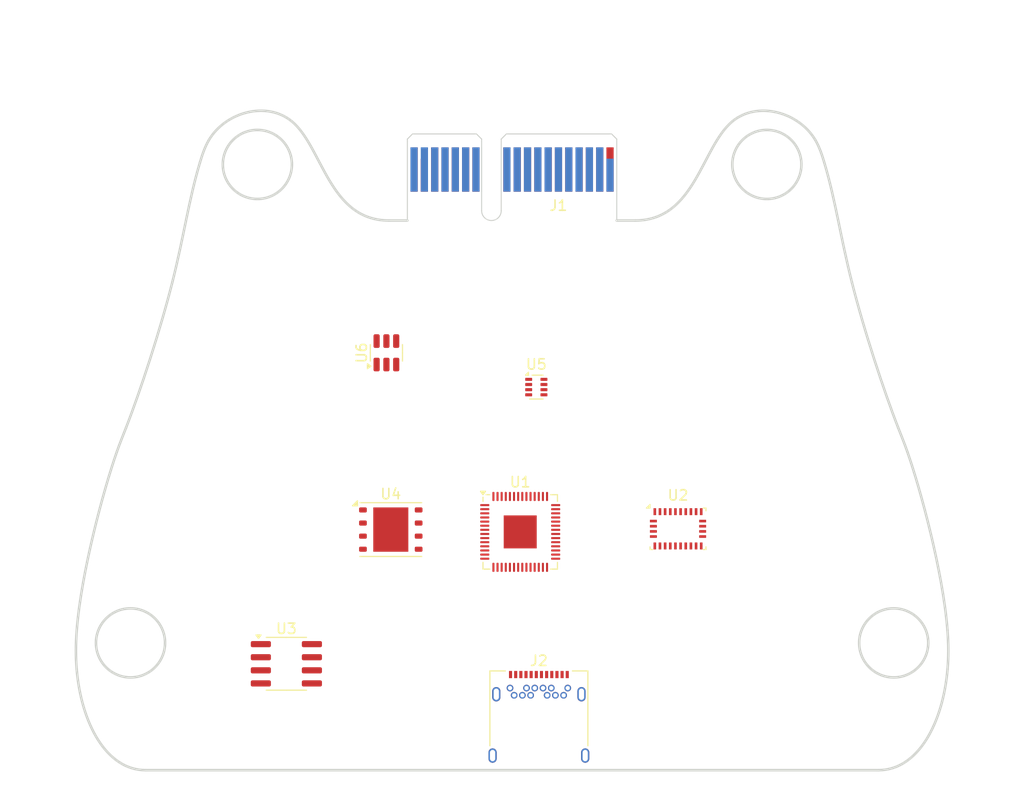
<source format=kicad_pcb>
(kicad_pcb (version 20240108) (generator "pcbnew") (generator_version "8.0")
  (layers (0 "F.Cu" signal) (31 "B.Cu" signal) (34 "B.Paste" user) (35 "F.Paste" user) (36 "B.SilkS" user "B.Silkscreen") (37 "F.SilkS" user "F.Silkscreen") (38 "B.Mask" user) (39 "F.Mask" user) (44 "Edge.Cuts" user))
  (net 0 "")
  (net 1 "Net-(J1-+3.3V-PadA10)")
  (net 2 "Net-(J1-GND-PadA12)")
  (net 5 "Net-(J1-+12V-PadA2)")
  (net 26 "Net-(U1-IOVDD-Pad1)")
  (net 30 "Net-(U1-DVDD-Pad23)")
  (net 82 "Net-(U2-GNDIO-Pad15)")
  (net 110 "Net-(J2-GND-PadA1)")
  (net 123 "Net-(J2-VBUS-PadA4)")
  (net 141 "Net-(U5-VOUT-Pad2)")
  (footprint "Package_DFN_QFN:QFN-56-1EP_7x7mm_P0.4mm_EP3.2x3.2mm" (layer "F.Cu") (at 147.2 99.3)
    (property "Reference" "U1" (at 0 -4.83 0) (layer "F.SilkS"))
    (property "Value" "RP2040")
    (fp_line (start -3.61 -2.96) (end -3.61 -3.37) (stroke (width 0.12)) (layer "F.SilkS"))
    (fp_line (start -3.61 3.61) (end -3.61 2.96) (stroke (width 0.12)) (layer "F.SilkS"))
    (fp_line (start -2.96 -3.61) (end -3.31 -3.61) (stroke (width 0.12)) (layer "F.SilkS"))
    (fp_line (start -2.96 3.61) (end -3.61 3.61) (stroke (width 0.12)) (layer "F.SilkS"))
    (fp_line (start 2.96 -3.61) (end 3.61 -3.61) (stroke (width 0.12)) (layer "F.SilkS"))
    (fp_line (start 2.96 3.61) (end 3.61 3.61) (stroke (width 0.12)) (layer "F.SilkS"))
    (fp_line (start 3.61 -3.61) (end 3.61 -2.96) (stroke (width 0.12)) (layer "F.SilkS"))
    (fp_line (start 3.61 3.61) (end 3.61 2.96) (stroke (width 0.12)) (layer "F.SilkS"))
    (fp_poly (pts (xy -3.61 -3.61) (xy -3.85 -3.94) (xy -3.37 -3.94) (xy -3.61 -3.61)) (stroke (width 0.12)) (fill solid) (layer "F.SilkS"))
    (pad "1" smd roundrect (at -3.4375 -2.6) (size 0.875 0.2) (layers "F.Cu" "F.Paste" "F.Mask") (net 26 "Net-(U1-IOVDD-Pad1)"))
    (pad "2" smd roundrect (at -3.4375 -2.2) (size 0.875 0.2) (layers "F.Cu" "F.Paste" "F.Mask"))
    (pad "3" smd roundrect (at -3.4375 -1.8) (size 0.875 0.2) (layers "F.Cu" "F.Paste" "F.Mask"))
    (pad "4" smd roundrect (at -3.4375 -1.4) (size 0.875 0.2) (layers "F.Cu" "F.Paste" "F.Mask"))
    (pad "5" smd roundrect (at -3.4375 -1) (size 0.875 0.2) (layers "F.Cu" "F.Paste" "F.Mask"))
    (pad "6" smd roundrect (at -3.4375 -0.6) (size 0.875 0.2) (layers "F.Cu" "F.Paste" "F.Mask"))
    (pad "7" smd roundrect (at -3.4375 -0.2) (size 0.875 0.2) (layers "F.Cu" "F.Paste" "F.Mask"))
    (pad "8" smd roundrect (at -3.4375 0.2) (size 0.875 0.2) (layers "F.Cu" "F.Paste" "F.Mask"))
    (pad "9" smd roundrect (at -3.4375 0.6) (size 0.875 0.2) (layers "F.Cu" "F.Paste" "F.Mask"))
    (pad "10" smd roundrect (at -3.4375 1) (size 0.875 0.2) (layers "F.Cu" "F.Paste" "F.Mask") (net 26 "Net-(U1-IOVDD-Pad1)"))
    (pad "11" smd roundrect (at -3.4375 1.4) (size 0.875 0.2) (layers "F.Cu" "F.Paste" "F.Mask"))
    (pad "12" smd roundrect (at -3.4375 1.8) (size 0.875 0.2) (layers "F.Cu" "F.Paste" "F.Mask"))
    (pad "13" smd roundrect (at -3.4375 2.2) (size 0.875 0.2) (layers "F.Cu" "F.Paste" "F.Mask"))
    (pad "14" smd roundrect (at -3.4375 2.6) (size 0.875 0.2) (layers "F.Cu" "F.Paste" "F.Mask"))
    (pad "15" smd roundrect (at -2.6 3.4375) (size 0.2 0.875) (layers "F.Cu" "F.Paste" "F.Mask"))
    (pad "16" smd roundrect (at -2.2 3.4375) (size 0.2 0.875) (layers "F.Cu" "F.Paste" "F.Mask"))
    (pad "17" smd roundrect (at -1.8 3.4375) (size 0.2 0.875) (layers "F.Cu" "F.Paste" "F.Mask"))
    (pad "18" smd roundrect (at -1.4 3.4375) (size 0.2 0.875) (layers "F.Cu" "F.Paste" "F.Mask"))
    (pad "19" smd roundrect (at -1 3.4375) (size 0.2 0.875) (layers "F.Cu" "F.Paste" "F.Mask"))
    (pad "20" smd roundrect (at -0.6 3.4375) (size 0.2 0.875) (layers "F.Cu" "F.Paste" "F.Mask"))
    (pad "21" smd roundrect (at -0.2 3.4375) (size 0.2 0.875) (layers "F.Cu" "F.Paste" "F.Mask"))
    (pad "22" smd roundrect (at 0.2 3.4375) (size 0.2 0.875) (layers "F.Cu" "F.Paste" "F.Mask") (net 26 "Net-(U1-IOVDD-Pad1)"))
    (pad "23" smd roundrect (at 0.6 3.4375) (size 0.2 0.875) (layers "F.Cu" "F.Paste" "F.Mask") (net 30 "Net-(U1-DVDD-Pad23)"))
    (pad "24" smd roundrect (at 1 3.4375) (size 0.2 0.875) (layers "F.Cu" "F.Paste" "F.Mask"))
    (pad "25" smd roundrect (at 1.4 3.4375) (size 0.2 0.875) (layers "F.Cu" "F.Paste" "F.Mask"))
    (pad "26" smd roundrect (at 1.8 3.4375) (size 0.2 0.875) (layers "F.Cu" "F.Paste" "F.Mask"))
    (pad "27" smd roundrect (at 2.2 3.4375) (size 0.2 0.875) (layers "F.Cu" "F.Paste" "F.Mask"))
    (pad "28" smd roundrect (at 2.6 3.4375) (size 0.2 0.875) (layers "F.Cu" "F.Paste" "F.Mask"))
    (pad "29" smd roundrect (at 3.4375 2.6) (size 0.875 0.2) (layers "F.Cu" "F.Paste" "F.Mask"))
    (pad "30" smd roundrect (at 3.4375 2.2) (size 0.875 0.2) (layers "F.Cu" "F.Paste" "F.Mask"))
    (pad "31" smd roundrect (at 3.4375 1.8) (size 0.875 0.2) (layers "F.Cu" "F.Paste" "F.Mask"))
    (pad "32" smd roundrect (at 3.4375 1.4) (size 0.875 0.2) (layers "F.Cu" "F.Paste" "F.Mask"))
    (pad "33" smd roundrect (at 3.4375 1) (size 0.875 0.2) (layers "F.Cu" "F.Paste" "F.Mask") (net 26 "Net-(U1-IOVDD-Pad1)"))
    (pad "34" smd roundrect (at 3.4375 0.6) (size 0.875 0.2) (layers "F.Cu" "F.Paste" "F.Mask"))
    (pad "35" smd roundrect (at 3.4375 0.2) (size 0.875 0.2) (layers "F.Cu" "F.Paste" "F.Mask"))
    (pad "36" smd roundrect (at 3.4375 -0.2) (size 0.875 0.2) (layers "F.Cu" "F.Paste" "F.Mask"))
    (pad "37" smd roundrect (at 3.4375 -0.6) (size 0.875 0.2) (layers "F.Cu" "F.Paste" "F.Mask"))
    (pad "38" smd roundrect (at 3.4375 -1) (size 0.875 0.2) (layers "F.Cu" "F.Paste" "F.Mask"))
    (pad "39" smd roundrect (at 3.4375 -1.4) (size 0.875 0.2) (layers "F.Cu" "F.Paste" "F.Mask"))
    (pad "40" smd roundrect (at 3.4375 -1.8) (size 0.875 0.2) (layers "F.Cu" "F.Paste" "F.Mask"))
    (pad "41" smd roundrect (at 3.4375 -2.2) (size 0.875 0.2) (layers "F.Cu" "F.Paste" "F.Mask"))
    (pad "42" smd roundrect (at 3.4375 -2.6) (size 0.875 0.2) (layers "F.Cu" "F.Paste" "F.Mask") (net 26 "Net-(U1-IOVDD-Pad1)"))
    (pad "43" smd roundrect (at 2.6 -3.4375) (size 0.2 0.875) (layers "F.Cu" "F.Paste" "F.Mask"))
    (pad "44" smd roundrect (at 2.2 -3.4375) (size 0.2 0.875) (layers "F.Cu" "F.Paste" "F.Mask"))
    (pad "45" smd roundrect (at 1.8 -3.4375) (size 0.2 0.875) (layers "F.Cu" "F.Paste" "F.Mask"))
    (pad "46" smd roundrect (at 1.4 -3.4375) (size 0.2 0.875) (layers "F.Cu" "F.Paste" "F.Mask"))
    (pad "47" smd roundrect (at 1 -3.4375) (size 0.2 0.875) (layers "F.Cu" "F.Paste" "F.Mask"))
    (pad "48" smd roundrect (at 0.6 -3.4375) (size 0.2 0.875) (layers "F.Cu" "F.Paste" "F.Mask"))
    (pad "49" smd roundrect (at 0.2 -3.4375) (size 0.2 0.875) (layers "F.Cu" "F.Paste" "F.Mask") (net 26 "Net-(U1-IOVDD-Pad1)"))
    (pad "50" smd roundrect (at -0.2 -3.4375) (size 0.2 0.875) (layers "F.Cu" "F.Paste" "F.Mask") (net 30 "Net-(U1-DVDD-Pad23)"))
    (pad "51" smd roundrect (at -0.6 -3.4375) (size 0.2 0.875) (layers "F.Cu" "F.Paste" "F.Mask"))
    (pad "52" smd roundrect (at -1 -3.4375) (size 0.2 0.875) (layers "F.Cu" "F.Paste" "F.Mask"))
    (pad "53" smd roundrect (at -1.4 -3.4375) (size 0.2 0.875) (layers "F.Cu" "F.Paste" "F.Mask"))
    (pad "54" smd roundrect (at -1.8 -3.4375) (size 0.2 0.875) (layers "F.Cu" "F.Paste" "F.Mask"))
    (pad "55" smd roundrect (at -2.2 -3.4375) (size 0.2 0.875) (layers "F.Cu" "F.Paste" "F.Mask"))
    (pad "56" smd roundrect (at -2.6 -3.4375) (size 0.2 0.875) (layers "F.Cu" "F.Paste" "F.Mask"))
    (pad "57" smd rect (at 0 0) (size 3.2 3.2) (property pad_prop_heatsink) (layers "F.Cu" "F.Mask"))
  )
  (footprint "Package_LGA:LGA-28_5.2x3.8mm_P0.5mm" (layer "F.Cu") (at 162.5 99)
    (property "Reference" "U2" (at 0 -3.25 0) (layer "F.SilkS"))
    (property "Value" "BNO055")
    (fp_line (start -2.71 2.01) (end -2.71 1.75) (stroke (width 0.12)) (layer "F.SilkS"))
    (fp_line (start -2.71 2.01) (end -2.45 2.01) (stroke (width 0.12)) (layer "F.SilkS"))
    (fp_line (start 2.71 -2.01) (end 2.45 -2.01) (stroke (width 0.12)) (layer "F.SilkS"))
    (fp_line (start 2.71 -2.01) (end 2.71 -1.75) (stroke (width 0.12)) (layer "F.SilkS"))
    (fp_line (start 2.71 2.01) (end 2.45 2.01) (stroke (width 0.12)) (layer "F.SilkS"))
    (fp_line (start 2.71 2.01) (end 2.71 1.75) (stroke (width 0.12)) (layer "F.SilkS"))
    (fp_poly (pts (xy -2.71 -2.01) (xy -3.07 -2.01) (xy -2.71 -2.37) (xy -2.71 -2.01)) (stroke (width 0.1)) (fill solid) (layer "F.SilkS"))
    (pad "1" smd rect (at -2.25 -1.6625) (size 0.254 0.675) (layers "F.Cu" "F.Paste" "F.Mask"))
    (pad "2" smd rect (at -2.3875 -0.75 90) (size 0.254 0.675) (layers "F.Cu" "F.Paste" "F.Mask"))
    (pad "3" smd rect (at -2.3875 -0.25 90) (size 0.254 0.675) (layers "F.Cu" "F.Paste" "F.Mask"))
    (pad "4" smd rect (at -2.3875 0.25 90) (size 0.254 0.675) (layers "F.Cu" "F.Paste" "F.Mask"))
    (pad "5" smd rect (at -2.3875 0.75 90) (size 0.254 0.675) (layers "F.Cu" "F.Paste" "F.Mask"))
    (pad "6" smd rect (at -2.25 1.6625) (size 0.254 0.675) (layers "F.Cu" "F.Paste" "F.Mask"))
    (pad "7" smd rect (at -1.75 1.6625) (size 0.254 0.675) (layers "F.Cu" "F.Paste" "F.Mask"))
    (pad "8" smd rect (at -1.25 1.6625) (size 0.254 0.675) (layers "F.Cu" "F.Paste" "F.Mask"))
    (pad "9" smd rect (at -0.75 1.6625) (size 0.254 0.675) (layers "F.Cu" "F.Paste" "F.Mask"))
    (pad "10" smd rect (at -0.25 1.6625) (size 0.254 0.675) (layers "F.Cu" "F.Paste" "F.Mask"))
    (pad "11" smd rect (at 0.25 1.6625) (size 0.254 0.675) (layers "F.Cu" "F.Paste" "F.Mask"))
    (pad "12" smd rect (at 0.75 1.6625) (size 0.254 0.675) (layers "F.Cu" "F.Paste" "F.Mask"))
    (pad "13" smd rect (at 1.25 1.6625) (size 0.254 0.675) (layers "F.Cu" "F.Paste" "F.Mask"))
    (pad "14" smd rect (at 1.75 1.6625) (size 0.254 0.675) (layers "F.Cu" "F.Paste" "F.Mask"))
    (pad "15" smd rect (at 2.25 1.6625) (size 0.254 0.675) (layers "F.Cu" "F.Paste" "F.Mask") (net 82 "Net-(U2-GNDIO-Pad15)"))
    (pad "16" smd rect (at 2.3875 0.75 90) (size 0.254 0.675) (layers "F.Cu" "F.Paste" "F.Mask") (net 82 "Net-(U2-GNDIO-Pad15)"))
    (pad "17" smd rect (at 2.3875 0.25 90) (size 0.254 0.675) (layers "F.Cu" "F.Paste" "F.Mask"))
    (pad "18" smd rect (at 2.3875 -0.25 90) (size 0.254 0.675) (layers "F.Cu" "F.Paste" "F.Mask"))
    (pad "19" smd rect (at 2.3875 -0.75 90) (size 0.254 0.675) (layers "F.Cu" "F.Paste" "F.Mask"))
    (pad "20" smd rect (at 2.25 -1.6625) (size 0.254 0.675) (layers "F.Cu" "F.Paste" "F.Mask"))
    (pad "21" smd rect (at 1.75 -1.6625) (size 0.254 0.675) (layers "F.Cu" "F.Paste" "F.Mask"))
    (pad "22" smd rect (at 1.25 -1.6625) (size 0.254 0.675) (layers "F.Cu" "F.Paste" "F.Mask"))
    (pad "23" smd rect (at 0.75 -1.6625) (size 0.254 0.675) (layers "F.Cu" "F.Paste" "F.Mask"))
    (pad "24" smd rect (at 0.25 -1.6625) (size 0.254 0.675) (layers "F.Cu" "F.Paste" "F.Mask"))
    (pad "25" smd rect (at -0.25 -1.6625) (size 0.254 0.675) (layers "F.Cu" "F.Paste" "F.Mask") (net 82 "Net-(U2-GNDIO-Pad15)"))
    (pad "26" smd rect (at -0.75 -1.6625) (size 0.254 0.675) (layers "F.Cu" "F.Paste" "F.Mask"))
    (pad "27" smd rect (at -1.25 -1.6625) (size 0.254 0.675) (layers "F.Cu" "F.Paste" "F.Mask"))
    (pad "28" smd rect (at -1.75 -1.6625) (size 0.254 0.675) (layers "F.Cu" "F.Paste" "F.Mask"))
  )
  (footprint "Connector_PCBEdge:BUS_PCIexpress_x1" (layer "F.Cu") (at 155.908096 64.138907 180)
    (property "Reference" "J1" (at 5 -3.5 0) (layer "F.SilkS"))
    (property "Value" "Bus_PCI_Express_x1")
    (fp_line (start 19.65 2.95) (end 19.15 3.45) (stroke (width 0.1)) (layer "Edge.Cuts"))
    (fp_line (start 19.65 -4.95) (end 19.65 2.95) (stroke (width 0.1)) (layer "Edge.Cuts"))
    (fp_line (start 12.95 3.45) (end 19.15 3.45) (stroke (width 0.1)) (layer "Edge.Cuts"))
    (fp_line (start 12.45 2.95) (end 12.95 3.45) (stroke (width 0.1)) (layer "Edge.Cuts"))
    (fp_line (start 12.45 -4) (end 12.45 2.95) (stroke (width 0.1)) (layer "Edge.Cuts"))
    (fp_line (start 10.55 2.95) (end 10.05 3.45) (stroke (width 0.1)) (layer "Edge.Cuts"))
    (fp_line (start 10.55 -4) (end 10.55 2.95) (stroke (width 0.1)) (layer "Edge.Cuts"))
    (fp_line (start -0.15 3.45) (end 10.05 3.45) (stroke (width 0.1)) (layer "Edge.Cuts"))
    (fp_line (start -0.65 2.95) (end -0.15 3.45) (stroke (width 0.1)) (layer "Edge.Cuts"))
    (fp_line (start -0.65 -4.95) (end -0.65 2.95) (stroke (width 0.1)) (layer "Edge.Cuts"))
    (fp_arc (start 10.55 -4) (mid 11.5 -4.95) (end 12.45 -4) (stroke (width 0.1)) (layer "Edge.Cuts"))
    (pad "A1" connect rect (at 0 -0.55 180) (size 0.7 3.2) (layers "B.Cu" "B.Mask"))
    (pad "A2" connect rect (at 1 0 180) (size 0.7 4.3) (layers "B.Cu" "B.Mask") (net 5 "Net-(J1-+12V-PadA2)"))
    (pad "A3" connect rect (at 2 0 180) (size 0.7 4.3) (layers "B.Cu" "B.Mask") (net 5 "Net-(J1-+12V-PadA2)"))
    (pad "A4" connect rect (at 3 0 180) (size 0.7 4.3) (layers "B.Cu" "B.Mask") (net 2 "Net-(J1-GND-PadA12)"))
    (pad "A5" connect rect (at 4 0 180) (size 0.7 4.3) (layers "B.Cu" "B.Mask"))
    (pad "A6" connect rect (at 5 0 180) (size 0.7 4.3) (layers "B.Cu" "B.Mask"))
    (pad "A7" connect rect (at 6 0 180) (size 0.7 4.3) (layers "B.Cu" "B.Mask"))
    (pad "A8" connect rect (at 7 0 180) (size 0.7 4.3) (layers "B.Cu" "B.Mask"))
    (pad "A9" connect rect (at 8 0 180) (size 0.7 4.3) (layers "B.Cu" "B.Mask") (net 1 "Net-(J1-+3.3V-PadA10)"))
    (pad "A10" connect rect (at 9 0 180) (size 0.7 4.3) (layers "B.Cu" "B.Mask") (net 1 "Net-(J1-+3.3V-PadA10)"))
    (pad "A11" connect rect (at 10 0 180) (size 0.7 4.3) (layers "B.Cu" "B.Mask"))
    (pad "A12" connect rect (at 13 0 180) (size 0.7 4.3) (layers "B.Cu" "B.Mask") (net 2 "Net-(J1-GND-PadA12)"))
    (pad "A13" connect rect (at 14 0 180) (size 0.7 4.3) (layers "B.Cu" "B.Mask"))
    (pad "A14" connect rect (at 15 0 180) (size 0.7 4.3) (layers "B.Cu" "B.Mask"))
    (pad "A15" connect rect (at 16 0 180) (size 0.7 4.3) (layers "B.Cu" "B.Mask") (net 2 "Net-(J1-GND-PadA12)"))
    (pad "A16" connect rect (at 17 0 180) (size 0.7 4.3) (layers "B.Cu" "B.Mask"))
    (pad "A17" connect rect (at 18 0 180) (size 0.7 4.3) (layers "B.Cu" "B.Mask"))
    (pad "A18" connect rect (at 19 0 180) (size 0.7 4.3) (layers "B.Cu" "B.Mask") (net 2 "Net-(J1-GND-PadA12)"))
    (pad "B1" connect rect (at 0 0 180) (size 0.7 4.3) (layers "F.Cu" "F.Mask") (net 5 "Net-(J1-+12V-PadA2)"))
    (pad "B2" connect rect (at 1 0 180) (size 0.7 4.3) (layers "F.Cu" "F.Mask") (net 5 "Net-(J1-+12V-PadA2)"))
    (pad "B3" connect rect (at 2 0 180) (size 0.7 4.3) (layers "F.Cu" "F.Mask") (net 5 "Net-(J1-+12V-PadA2)"))
    (pad "B4" connect rect (at 3 0 180) (size 0.7 4.3) (layers "F.Cu" "F.Mask") (net 2 "Net-(J1-GND-PadA12)"))
    (pad "B5" connect rect (at 4 0 180) (size 0.7 4.3) (layers "F.Cu" "F.Mask"))
    (pad "B6" connect rect (at 5 0 180) (size 0.7 4.3) (layers "F.Cu" "F.Mask"))
    (pad "B7" connect rect (at 6 0 180) (size 0.7 4.3) (layers "F.Cu" "F.Mask") (net 2 "Net-(J1-GND-PadA12)"))
    (pad "B8" connect rect (at 7 0 180) (size 0.7 4.3) (layers "F.Cu" "F.Mask") (net 1 "Net-(J1-+3.3V-PadA10)"))
    (pad "B9" connect rect (at 8 0 180) (size 0.7 4.3) (layers "F.Cu" "F.Mask"))
    (pad "B10" connect rect (at 9 0 180) (size 0.7 4.3) (layers "F.Cu" "F.Mask"))
    (pad "B11" connect rect (at 10 0 180) (size 0.7 4.3) (layers "F.Cu" "F.Mask"))
    (pad "B12" connect rect (at 13 0 180) (size 0.7 4.3) (layers "F.Cu" "F.Mask"))
    (pad "B13" connect rect (at 14 0 180) (size 0.7 4.3) (layers "F.Cu" "F.Mask") (net 2 "Net-(J1-GND-PadA12)"))
    (pad "B14" connect rect (at 15 0 180) (size 0.7 4.3) (layers "F.Cu" "F.Mask"))
    (pad "B15" connect rect (at 16 0 180) (size 0.7 4.3) (layers "F.Cu" "F.Mask"))
    (pad "B16" connect rect (at 17 0 180) (size 0.7 4.3) (layers "F.Cu" "F.Mask") (net 2 "Net-(J1-GND-PadA12)"))
    (pad "B17" connect rect (at 18 -0.55 180) (size 0.7 3.2) (layers "F.Cu" "F.Mask"))
    (pad "B18" connect rect (at 19 0 180) (size 0.7 4.3) (layers "F.Cu" "F.Mask") (net 2 "Net-(J1-GND-PadA12)"))
  )
  (footprint "Connector_USB:USB_C_Receptacle_Amphenol_12401548E4-2A" (layer "F.Cu") (at 149.01 118.16)
    (property "Reference" "J2" (at 0 -6.36 0) (layer "F.SilkS"))
    (property "Value" "USB_C_Receptacle")
    (fp_line (start -4.75 -5.37) (end -4.75 1.89) (stroke (width 0.12)) (layer "F.SilkS"))
    (fp_line (start -4.75 -5.37) (end -3.25 -5.37) (stroke (width 0.12)) (layer "F.SilkS"))
    (fp_line (start 3.25 -5.37) (end 4.75 -5.37) (stroke (width 0.12)) (layer "F.SilkS"))
    (fp_line (start 4.75 -5.37) (end 4.75 1.89) (stroke (width 0.12)) (layer "F.SilkS"))
    (pad "" np_thru_hole circle (at -3.6 -4.36) (size 0.65 0.65) (drill 0.65) (layers "*.Cu" "*.Mask"))
    (pad "" np_thru_hole oval (at 3.6 -4.36) (size 0.95 0.65) (drill oval 0.95 0.65) (layers "*.Cu" "*.Mask"))
    (pad "A1" smd rect (at -2.75 -5.02) (size 0.3 0.7) (layers "F.Cu" "F.Paste" "F.Mask") (net 110 "Net-(J2-GND-PadA1)"))
    (pad "A2" smd rect (at -2.25 -5.02) (size 0.3 0.7) (layers "F.Cu" "F.Paste" "F.Mask"))
    (pad "A3" smd rect (at -1.75 -5.02) (size 0.3 0.7) (layers "F.Cu" "F.Paste" "F.Mask"))
    (pad "A4" smd rect (at -1.25 -5.02) (size 0.3 0.7) (layers "F.Cu" "F.Paste" "F.Mask") (net 123 "Net-(J2-VBUS-PadA4)"))
    (pad "A5" smd rect (at -0.75 -5.02) (size 0.3 0.7) (layers "F.Cu" "F.Paste" "F.Mask"))
    (pad "A6" smd rect (at -0.25 -5.02) (size 0.3 0.7) (layers "F.Cu" "F.Paste" "F.Mask"))
    (pad "A7" smd rect (at 0.25 -5.02) (size 0.3 0.7) (layers "F.Cu" "F.Paste" "F.Mask"))
    (pad "A8" smd rect (at 0.75 -5.02) (size 0.3 0.7) (layers "F.Cu" "F.Paste" "F.Mask"))
    (pad "A9" smd rect (at 1.25 -5.02) (size 0.3 0.7) (layers "F.Cu" "F.Paste" "F.Mask") (net 123 "Net-(J2-VBUS-PadA4)"))
    (pad "A10" smd rect (at 1.75 -5.02) (size 0.3 0.7) (layers "F.Cu" "F.Paste" "F.Mask"))
    (pad "A11" smd rect (at 2.25 -5.02) (size 0.3 0.7) (layers "F.Cu" "F.Paste" "F.Mask"))
    (pad "A12" smd rect (at 2.75 -5.02) (size 0.3 0.7) (layers "F.Cu" "F.Paste" "F.Mask") (net 110 "Net-(J2-GND-PadA1)"))
    (pad "B1" thru_hole circle (at 2.8 -3.71) (size 0.65 0.65) (drill 0.4) (layers "*.Cu" "*.Mask") (net 110 "Net-(J2-GND-PadA1)"))
    (pad "B2" thru_hole circle (at 2.4 -3.01) (size 0.65 0.65) (drill 0.4) (layers "*.Cu" "*.Mask"))
    (pad "B3" thru_hole circle (at 1.6 -3.01) (size 0.65 0.65) (drill 0.4) (layers "*.Cu" "*.Mask"))
    (pad "B4" thru_hole circle (at 1.2 -3.71) (size 0.65 0.65) (drill 0.4) (layers "*.Cu" "*.Mask") (net 123 "Net-(J2-VBUS-PadA4)"))
    (pad "B5" thru_hole circle (at 0.8 -3.01) (size 0.65 0.65) (drill 0.4) (layers "*.Cu" "*.Mask"))
    (pad "B6" thru_hole circle (at 0.4 -3.71) (size 0.65 0.65) (drill 0.4) (layers "*.Cu" "*.Mask"))
    (pad "B7" thru_hole circle (at -0.4 -3.71) (size 0.65 0.65) (drill 0.4) (layers "*.Cu" "*.Mask"))
    (pad "B8" thru_hole circle (at -0.8 -3.01) (size 0.65 0.65) (drill 0.4) (layers "*.Cu" "*.Mask"))
    (pad "B9" thru_hole circle (at -1.2 -3.71) (size 0.65 0.65) (drill 0.4) (layers "*.Cu" "*.Mask") (net 123 "Net-(J2-VBUS-PadA4)"))
    (pad "B10" thru_hole circle (at -1.6 -3.01) (size 0.65 0.65) (drill 0.4) (layers "*.Cu" "*.Mask"))
    (pad "B11" thru_hole circle (at -2.4 -3.01) (size 0.65 0.65) (drill 0.4) (layers "*.Cu" "*.Mask"))
    (pad "B12" thru_hole circle (at -2.8 -3.71) (size 0.65 0.65) (drill 0.4) (layers "*.Cu" "*.Mask") (net 110 "Net-(J2-GND-PadA1)"))
    (pad "S1" thru_hole oval (at -4.49 2.84) (size 0.8 1.4) (drill oval 0.5 1.1) (layers "*.Cu" "*.Mask"))
    (pad "S1" thru_hole oval (at -4.13 -3.11) (size 0.8 1.4) (drill oval 0.5 1.1) (layers "*.Cu" "*.Mask"))
    (pad "S1" thru_hole oval (at 4.13 -3.11) (size 0.8 1.4) (drill oval 0.5 1.1) (layers "*.Cu" "*.Mask"))
    (pad "S1" thru_hole oval (at 4.49 2.84) (size 0.8 1.4) (drill oval 0.5 1.1) (layers "*.Cu" "*.Mask"))
  )
  (footprint "Package_SON:WSON-8-1EP_6x5mm_P1.27mm_EP3.4x4.3mm" (layer "F.Cu") (at 134.65 99.075)
    (property "Reference" "U4" (at 0 -3.45 0) (layer "F.SilkS"))
    (property "Value" "W25Q128JVP")
    (fp_line (start -3 2.61) (end 3 2.61) (stroke (width 0.12)) (layer "F.SilkS"))
    (fp_line (start -2.99 -2.61) (end 3 -2.61) (stroke (width 0.12)) (layer "F.SilkS"))
    (fp_poly (pts (xy -3.23 -2.31) (xy -3.71 -2.31) (xy -3.23 -2.79) (xy -3.23 -2.31)) (stroke (width 0.12)) (fill solid) (layer "F.SilkS"))
    (pad "1" smd roundrect (at -2.7 -1.905) (size 0.75 0.5) (layers "F.Cu" "F.Paste" "F.Mask"))
    (pad "2" smd roundrect (at -2.7 -0.635) (size 0.75 0.5) (layers "F.Cu" "F.Paste" "F.Mask"))
    (pad "3" smd roundrect (at -2.7 0.635) (size 0.75 0.5) (layers "F.Cu" "F.Paste" "F.Mask"))
    (pad "4" smd roundrect (at -2.7 1.905) (size 0.75 0.5) (layers "F.Cu" "F.Paste" "F.Mask"))
    (pad "5" smd roundrect (at 2.7 1.905) (size 0.75 0.5) (layers "F.Cu" "F.Paste" "F.Mask"))
    (pad "6" smd roundrect (at 2.7 0.635) (size 0.75 0.5) (layers "F.Cu" "F.Paste" "F.Mask"))
    (pad "7" smd roundrect (at 2.7 -0.635) (size 0.75 0.5) (layers "F.Cu" "F.Paste" "F.Mask"))
    (pad "8" smd roundrect (at 2.7 -1.905) (size 0.75 0.5) (layers "F.Cu" "F.Paste" "F.Mask"))
    (pad "9" smd rect (at 0 0) (size 3.4 4.3) (property pad_prop_heatsink) (layers "F.Cu" "F.Mask"))
  )
  (footprint "Package_TO_SOT_SMD:SOT-23-6" (layer "F.Cu") (at 134.225 81.925 90)
    (property "Reference" "U6" (at 0 -2.4 90) (layer "F.SilkS"))
    (property "Value" "LMR51430")
    (fp_line (start 0 -1.56) (end 0.8 -1.56) (stroke (width 0.12)) (layer "F.SilkS"))
    (fp_line (start 0 -1.56) (end -0.8 -1.56) (stroke (width 0.12)) (layer "F.SilkS"))
    (fp_line (start 0 1.56) (end 0.8 1.56) (stroke (width 0.12)) (layer "F.SilkS"))
    (fp_line (start 0 1.56) (end -0.8 1.56) (stroke (width 0.12)) (layer "F.SilkS"))
    (fp_poly (pts (xy -1.3 -1.51) (xy -1.54 -1.84) (xy -1.06 -1.84) (xy -1.3 -1.51)) (stroke (width 0.12)) (fill solid) (layer "F.SilkS"))
    (pad "1" smd roundrect (at -1.1375 -0.95 90) (size 1.325 0.6) (layers "F.Cu" "F.Paste" "F.Mask"))
    (pad "2" smd roundrect (at -1.1375 0 90) (size 1.325 0.6) (layers "F.Cu" "F.Paste" "F.Mask"))
    (pad "3" smd roundrect (at -1.1375 0.95 90) (size 1.325 0.6) (layers "F.Cu" "F.Paste" "F.Mask"))
    (pad "4" smd roundrect (at 1.1375 0.95 90) (size 1.325 0.6) (layers "F.Cu" "F.Paste" "F.Mask"))
    (pad "5" smd roundrect (at 1.1375 0 90) (size 1.325 0.6) (layers "F.Cu" "F.Paste" "F.Mask"))
    (pad "6" smd roundrect (at 1.1375 -0.95 90) (size 1.325 0.6) (layers "F.Cu" "F.Paste" "F.Mask"))
  )
  (footprint "Package_TO_SOT_SMD:SOT-583-8" (layer "F.Cu") (at 148.76 85.25)
    (property "Reference" "U5" (at 0 -2.2 0) (layer "F.SilkS"))
    (property "Value" "TPS2116DRL")
    (fp_line (start 0.65 -1.16) (end -0.4 -1.16) (stroke (width 0.12)) (layer "F.SilkS"))
    (fp_line (start 0.65 1.16) (end -0.65 1.16) (stroke (width 0.12)) (layer "F.SilkS"))
    (fp_poly (pts (xy -0.76 -1.16) (xy -1.04 -1.16) (xy -0.76 -1.44) (xy -0.76 -1.16)) (stroke (width 0.12)) (fill solid) (layer "F.SilkS"))
    (pad "1" smd roundrect (at -0.74 -0.75) (size 0.67 0.3) (layers "F.Cu" "F.Paste" "F.Mask") (roundrect_rratio 0.1666666667))
    (pad "2" smd roundrect (at -0.74 -0.25) (size 0.67 0.3) (layers "F.Cu" "F.Paste" "F.Mask") (roundrect_rratio 0.1666666667) (net 141 "Net-(U5-VOUT-Pad2)"))
    (pad "3" smd roundrect (at -0.74 0.25) (size 0.67 0.3) (layers "F.Cu" "F.Paste" "F.Mask") (roundrect_rratio 0.1666666667))
    (pad "4" smd roundrect (at -0.74 0.75) (size 0.67 0.3) (layers "F.Cu" "F.Paste" "F.Mask") (roundrect_rratio 0.1666666667))
    (pad "5" smd roundrect (at 0.74 0.75) (size 0.67 0.3) (layers "F.Cu" "F.Paste" "F.Mask") (roundrect_rratio 0.1666666667))
    (pad "6" smd roundrect (at 0.74 0.25) (size 0.67 0.3) (layers "F.Cu" "F.Paste" "F.Mask") (roundrect_rratio 0.1666666667))
    (pad "7" smd roundrect (at 0.74 -0.25) (size 0.67 0.3) (layers "F.Cu" "F.Paste" "F.Mask") (roundrect_rratio 0.1666666667) (net 141 "Net-(U5-VOUT-Pad2)"))
    (pad "8" smd roundrect (at 0.74 -0.75) (size 0.67 0.3) (layers "F.Cu" "F.Paste" "F.Mask") (roundrect_rratio 0.1666666667))
  )
  (footprint "Package_SO:SOIC-8_3.9x4.9mm_P1.27mm" (layer "F.Cu") (at 124.525 112.095)
    (property "Reference" "U3" (at 0 -3.4 0) (layer "F.SilkS"))
    (property "Value" "MCP2562-E-SN")
    (fp_line (start 0 -2.56) (end -1.95 -2.56) (stroke (width 0.12)) (layer "F.SilkS"))
    (fp_line (start 0 -2.56) (end 1.95 -2.56) (stroke (width 0.12)) (layer "F.SilkS"))
    (fp_line (start 0 2.56) (end -1.95 2.56) (stroke (width 0.12)) (layer "F.SilkS"))
    (fp_line (start 0 2.56) (end 1.95 2.56) (stroke (width 0.12)) (layer "F.SilkS"))
    (fp_poly (pts (xy -2.7 -2.465) (xy -2.94 -2.795) (xy -2.46 -2.795) (xy -2.7 -2.465)) (stroke (width 0.12)) (fill solid) (layer "F.SilkS"))
    (pad "1" smd roundrect (at -2.475 -1.905) (size 1.95 0.6) (layers "F.Cu" "F.Paste" "F.Mask"))
    (pad "2" smd roundrect (at -2.475 -0.635) (size 1.95 0.6) (layers "F.Cu" "F.Paste" "F.Mask"))
    (pad "3" smd roundrect (at -2.475 0.635) (size 1.95 0.6) (layers "F.Cu" "F.Paste" "F.Mask"))
    (pad "4" smd roundrect (at -2.475 1.905) (size 1.95 0.6) (layers "F.Cu" "F.Paste" "F.Mask"))
    (pad "5" smd roundrect (at 2.475 1.905) (size 1.95 0.6) (layers "F.Cu" "F.Paste" "F.Mask"))
    (pad "6" smd roundrect (at 2.475 0.635) (size 1.95 0.6) (layers "F.Cu" "F.Paste" "F.Mask"))
    (pad "7" smd roundrect (at 2.475 -0.635) (size 1.95 0.6) (layers "F.Cu" "F.Paste" "F.Mask"))
    (pad "8" smd roundrect (at 2.475 -1.905) (size 1.95 0.6) (layers "F.Cu" "F.Paste" "F.Mask"))
  )
  (gr_circle (center 109.413305 110.068595) (end 112.763305 110.068595) (stroke (width 0.25)) (fill none) (layer "Edge.Cuts"))
  (gr_curve (pts (xy 116.139347 63.480372) (xy 115.041112 67.180024) (xy 114.605096 70.558899) (xy 113.472466 75.059248)) (stroke (width 0.25)) (layer "Edge.Cuts"))
  (gr_circle (center 171.113305 63.648595) (end 174.463305 63.648595) (stroke (width 0.25)) (fill none) (layer "Edge.Cuts"))
  (gr_curve (pts (xy 183.848256 89.194164) (xy 184.144737 89.955359) (xy 184.41476 90.604993) (xy 184.743875 91.544879)) (stroke (width 0.25)) (layer "Edge.Cuts"))
  (gr_curve (pts (xy 175.818122 61.288482) (xy 176.211607 61.957508) (xy 176.463216 62.725615) (xy 176.687264 63.480372)) (stroke (width 0.25)) (layer "Edge.Cuts"))
  (gr_curve (pts (xy 104.200217 108.833629) (xy 104.094575 110.198761) (xy 104.091862 111.420189) (xy 104.19191 112.609777)) (stroke (width 0.25)) (layer "Edge.Cuts"))
  (gr_curve (pts (xy 188.626393 108.833629) (xy 188.732035 110.198761) (xy 188.734748 111.420189) (xy 188.6347 112.609777)) (stroke (width 0.25)) (layer "Edge.Cuts"))
  (gr_curve (pts (xy 104.19191 112.609777) (xy 104.630063 117.81952) (xy 107.039119 122.418595) (xy 110.892406 122.418595)) (stroke (width 0.25)) (layer "Edge.Cuts"))
  (gr_curve (pts (xy 184.743875 91.544879) (xy 186.022342 95.195924) (xy 188.192506 103.226823) (xy 188.626393 108.833629)) (stroke (width 0.25)) (layer "Edge.Cuts"))
  (gr_circle (center 183.413305 110.068595) (end 186.763305 110.068595) (stroke (width 0.25)) (fill none) (layer "Edge.Cuts"))
  (gr_curve (pts (xy 167.784109 59.460642) (xy 170.210083 57.468961) (xy 174.205534 58.546668) (xy 175.818122 61.288482)) (stroke (width 0.25)) (layer "Edge.Cuts"))
  (gr_curve (pts (xy 113.472466 75.059248) (xy 112.290838 79.754285) (xy 110.351021 85.669927) (xy 108.978354 89.194164)) (stroke (width 0.25)) (layer "Edge.Cuts"))
  (gr_curve (pts (xy 134.473131 69.088595) (xy 128.643121 69.088595) (xy 128.04424 61.925014) (xy 125.042501 59.460642)) (stroke (width 0.25)) (layer "Edge.Cuts"))
  (gr_curve (pts (xy 188.6347 112.609777) (xy 188.196547 117.81952) (xy 185.787492 122.418595) (xy 181.934205 122.418595)) (stroke (width 0.25)) (layer "Edge.Cuts"))
  (gr_line (start 156.558096 69.088907) (end 158.353479 69.088595) (stroke (width 0.25)) (layer "Edge.Cuts"))
  (gr_curve (pts (xy 158.353479 69.088595) (xy 164.18349 69.088595) (xy 164.782371 61.925014) (xy 167.784109 59.460642)) (stroke (width 0.25)) (layer "Edge.Cuts"))
  (gr_line (start 136.258096 69.088907) (end 134.473131 69.088595) (stroke (width 0.25)) (layer "Edge.Cuts"))
  (gr_line (start 110.892406 122.418595) (end 181.934205 122.418595) (stroke (width 0.25)) (layer "Edge.Cuts"))
  (gr_curve (pts (xy 179.354144 75.059248) (xy 180.535772 79.754285) (xy 182.475589 85.669927) (xy 183.848256 89.194164)) (stroke (width 0.25)) (layer "Edge.Cuts"))
  (gr_curve (pts (xy 108.978354 89.194164) (xy 108.681873 89.955359) (xy 108.411851 90.604993) (xy 108.082736 91.544879)) (stroke (width 0.25)) (layer "Edge.Cuts"))
  (gr_curve (pts (xy 176.687264 63.480372) (xy 177.785498 67.180024) (xy 178.221515 70.558899) (xy 179.354144 75.059248)) (stroke (width 0.25)) (layer "Edge.Cuts"))
  (gr_curve (pts (xy 108.082736 91.544879) (xy 106.804268 95.195924) (xy 104.634104 103.226823) (xy 104.200217 108.833629)) (stroke (width 0.25)) (layer "Edge.Cuts"))
  (gr_curve (pts (xy 125.042501 59.460642) (xy 122.616527 57.468961) (xy 118.621076 58.546668) (xy 117.008489 61.288482)) (stroke (width 0.25)) (layer "Edge.Cuts"))
  (gr_curve (pts (xy 117.008489 61.288482) (xy 116.615004 61.957508) (xy 116.363395 62.725615) (xy 116.139347 63.480372)) (stroke (width 0.25)) (layer "Edge.Cuts"))
  (gr_circle (center 121.713305 63.648595) (end 125.063305 63.648595) (stroke (width 0.25)) (fill none) (layer "Edge.Cuts"))
)
</source>
